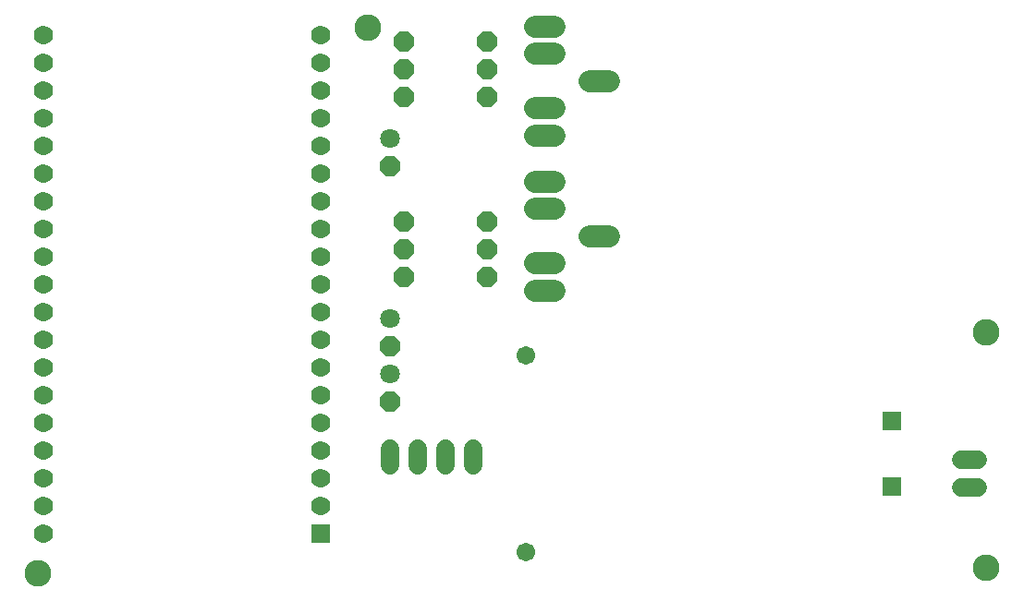
<source format=gbr>
G04 EAGLE Gerber RS-274X export*
G75*
%MOMM*%
%FSLAX34Y34*%
%LPD*%
%INSoldermask Top*%
%IPPOS*%
%AMOC8*
5,1,8,0,0,1.08239X$1,22.5*%
G01*
%ADD10C,2.453200*%
%ADD11C,1.803400*%
%ADD12P,1.951982X8X292.500000*%
%ADD13P,2.034460X8X22.500000*%
%ADD14P,2.034460X8X202.500000*%
%ADD15C,1.727200*%
%ADD16R,1.763200X1.763200*%
%ADD17C,1.763200*%
%ADD18R,1.711200X1.711200*%
%ADD19C,1.711200*%
%ADD20C,2.003200*%


D10*
X20000Y20000D03*
X322580Y520700D03*
X889000Y25400D03*
X889000Y241300D03*
D11*
X342900Y419100D03*
D12*
X342900Y393700D03*
D11*
X342900Y254000D03*
D12*
X342900Y228600D03*
D11*
X342900Y203200D03*
D12*
X342900Y177800D03*
D13*
X355600Y508000D03*
X431800Y508000D03*
D14*
X431800Y482600D03*
X355600Y482600D03*
X431800Y457200D03*
X355600Y457200D03*
D13*
X355600Y342900D03*
X431800Y342900D03*
D14*
X431800Y317500D03*
X355600Y317500D03*
X431800Y292100D03*
X355600Y292100D03*
D15*
X342900Y134620D02*
X342900Y119380D01*
X368300Y119380D02*
X368300Y134620D01*
X393700Y134620D02*
X393700Y119380D01*
X419100Y119380D02*
X419100Y134620D01*
D16*
X279400Y56400D03*
D17*
X279400Y81800D03*
X279400Y513600D03*
X279400Y107200D03*
X279400Y132600D03*
X279400Y158000D03*
X279400Y183400D03*
X279400Y208800D03*
X279400Y234200D03*
X279400Y259600D03*
X279400Y285000D03*
X279400Y310400D03*
X279400Y335800D03*
X279400Y361200D03*
X279400Y386600D03*
X279400Y412000D03*
X279400Y437400D03*
X279400Y462800D03*
X279400Y488200D03*
X25400Y56400D03*
X25400Y81800D03*
X25400Y107200D03*
X25400Y132600D03*
X25400Y158000D03*
X25400Y183400D03*
X25400Y208800D03*
X25400Y234200D03*
X25400Y259600D03*
X25400Y285000D03*
X25400Y310400D03*
X25400Y335800D03*
X25400Y361200D03*
X25400Y386600D03*
X25400Y412000D03*
X25400Y437400D03*
X25400Y462800D03*
X25400Y488200D03*
X25400Y513600D03*
D15*
X866140Y124460D02*
X881380Y124460D01*
X881380Y99060D02*
X866140Y99060D01*
D18*
X802840Y159460D03*
X802840Y99460D03*
D19*
X466840Y219460D03*
X466840Y39460D03*
D20*
X475740Y421480D02*
X493740Y421480D01*
X525740Y471480D02*
X543740Y471480D01*
X493740Y446480D02*
X475740Y446480D01*
X475740Y496480D02*
X493740Y496480D01*
X493740Y521480D02*
X475740Y521480D01*
X475740Y279240D02*
X493740Y279240D01*
X525740Y329240D02*
X543740Y329240D01*
X493740Y304240D02*
X475740Y304240D01*
X475740Y354240D02*
X493740Y354240D01*
X493740Y379240D02*
X475740Y379240D01*
M02*

</source>
